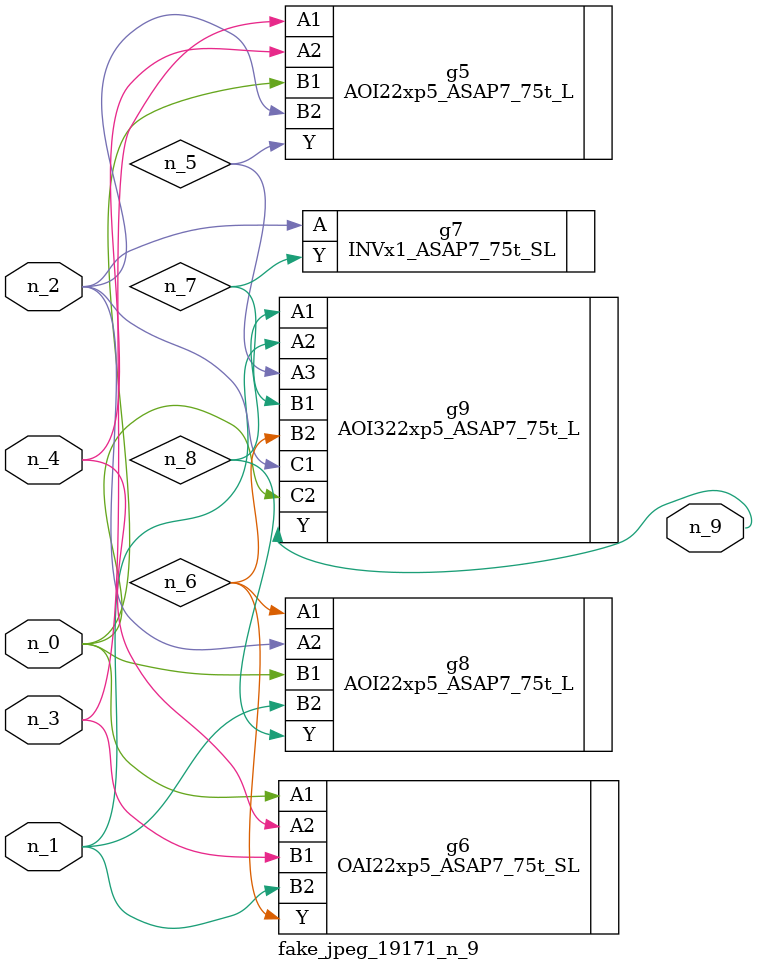
<source format=v>
module fake_jpeg_19171_n_9 (n_3, n_2, n_1, n_0, n_4, n_9);

input n_3;
input n_2;
input n_1;
input n_0;
input n_4;

output n_9;

wire n_8;
wire n_6;
wire n_5;
wire n_7;

AOI22xp5_ASAP7_75t_L g5 ( 
.A1(n_3),
.A2(n_4),
.B1(n_0),
.B2(n_2),
.Y(n_5)
);

OAI22xp5_ASAP7_75t_SL g6 ( 
.A1(n_0),
.A2(n_4),
.B1(n_3),
.B2(n_1),
.Y(n_6)
);

INVx1_ASAP7_75t_SL g7 ( 
.A(n_2),
.Y(n_7)
);

AOI22xp5_ASAP7_75t_L g8 ( 
.A1(n_6),
.A2(n_2),
.B1(n_0),
.B2(n_1),
.Y(n_8)
);

AOI322xp5_ASAP7_75t_L g9 ( 
.A1(n_8),
.A2(n_1),
.A3(n_5),
.B1(n_7),
.B2(n_6),
.C1(n_2),
.C2(n_0),
.Y(n_9)
);


endmodule
</source>
